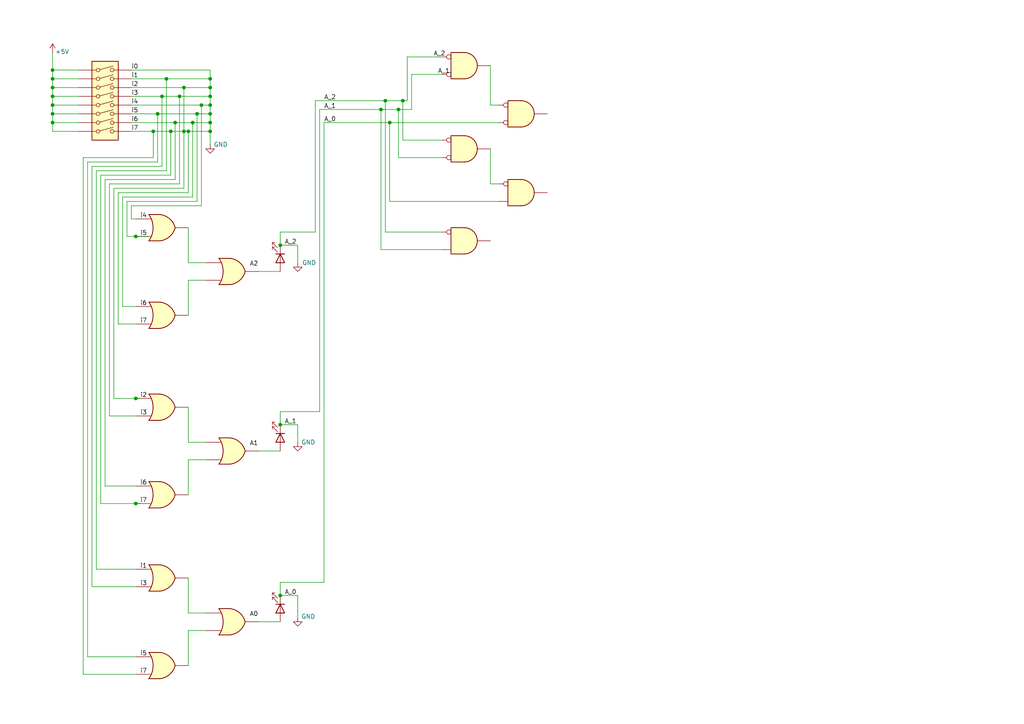
<source format=kicad_sch>
(kicad_sch (version 20250114) (generator "eeschema") (generator_version "9.0")
  (paper "A4")
  (lib_symbols
    (symbol "0_74xx:74HC08" (pin_numbers (hide yes)) (pin_names (offset 1.016) (hide yes))
      (symbol "74HC08_1_1"
        (pin input inverted (at -6.35 2.54 0) (length 2.54) (name "") (number ""))
        (pin input inverted (at -6.35 -2.54 0) (length 2.54) (name "") (number ""))
        (pin output line (at 7.62 0 180) (length 3.81) (name "~") (number "3"))
      )
      (symbol "74HC08_1_2"
        (pin input inverted (at -7.62 2.54 0) (length 4.318) (name "~") (number "1"))
        (pin input inverted (at -7.62 -2.54 0) (length 4.318) (name "~") (number "2"))
        (pin output inverted (at 7.62 0 180) (length 3.81) (name "~") (number "3"))
      )
      (symbol "74HC08_2_1"
        (pin input line (at -7.62 2.54 0) (length 3.81) (name "~") (number "4"))
        (pin input line (at -7.62 -2.54 0) (length 3.81) (name "~") (number "5"))
        (pin output line (at 7.62 0 180) (length 3.81) (name "~") (number "6"))
      )
      (symbol "74HC08_2_2"
        (pin input inverted (at -7.62 2.54 0) (length 4.318) (name "~") (number "4"))
        (pin input inverted (at -7.62 -2.54 0) (length 4.318) (name "~") (number "5"))
        (pin output inverted (at 7.62 0 180) (length 3.81) (name "~") (number "6"))
      )
      (symbol "74HC08_3_1"
        (pin input line (at -7.62 2.54 0) (length 3.81) (name "~") (number "9"))
        (pin input line (at -7.62 -2.54 0) (length 3.81) (name "~") (number "10"))
        (pin output line (at 7.62 0 180) (length 3.81) (name "~") (number "8"))
      )
      (symbol "74HC08_3_2"
        (pin input inverted (at -7.62 2.54 0) (length 4.318) (name "~") (number "9"))
        (pin input inverted (at -7.62 -2.54 0) (length 4.318) (name "~") (number "10"))
        (pin output inverted (at 7.62 0 180) (length 3.81) (name "~") (number "8"))
      )
      (symbol "74HC08_4_1"
        (pin input line (at -7.62 2.54 0) (length 3.81) (name "~") (number "12"))
        (pin input line (at -7.62 -2.54 0) (length 3.81) (name "~") (number "13"))
        (pin output line (at 7.62 0 180) (length 3.81) (name "~") (number "11"))
      )
      (symbol "74HC08_4_2"
        (pin input inverted (at -7.62 2.54 0) (length 4.318) (name "~") (number "12"))
        (pin input inverted (at -7.62 -2.54 0) (length 4.318) (name "~") (number "13"))
        (pin output inverted (at 7.62 0 180) (length 3.81) (name "~") (number "11"))
      )
      (symbol "74HC08_5_0"
        (pin power_in line (at 0 12.7 270) (length 5.08) (name "VCC") (number "14"))
        (pin power_in line (at 0 -12.7 90) (length 5.08) (name "GND") (number "7"))
      )
    )
    (symbol "0_74xx:74HC32" (pin_numbers (hide yes)) (pin_names (offset 1.016) (hide yes))
      (property "Reference" "U" (at -2.54 5.08 0))
      (property "Value" "74HC32" (at 0 -5.08 0))
      (symbol "74HC32_1_1"
        (pin input line (at -7.62 2.54 0) (length 4.318) (name "~") (number "1"))
        (pin input line (at -7.62 -2.54 0) (length 4.318) (name "~") (number "2"))
        (pin output line (at 7.62 0 180) (length 3.81) (name "~") (number "3"))
      )
      (symbol "74HC32_1_2"
        (pin input inverted (at -7.62 2.54 0) (length 3.81) (name "~") (number "1"))
        (pin input inverted (at -7.62 -2.54 0) (length 3.81) (name "~") (number "2"))
        (pin output inverted (at 7.62 0 180) (length 3.81) (name "~") (number "3"))
      )
      (symbol "74HC32_2_1"
        (pin input line (at -7.62 2.54 0) (length 4.318) (name "~") (number "4"))
        (pin input line (at -7.62 -2.54 0) (length 4.318) (name "~") (number "5"))
        (pin output line (at 7.62 0 180) (length 3.81) (name "~") (number "6"))
      )
      (symbol "74HC32_2_2"
        (pin input inverted (at -7.62 2.54 0) (length 3.81) (name "~") (number "4"))
        (pin input inverted (at -7.62 -2.54 0) (length 3.81) (name "~") (number "5"))
        (pin output inverted (at 7.62 0 180) (length 3.81) (name "~") (number "6"))
      )
      (symbol "74HC32_3_1"
        (pin input line (at -7.62 2.54 0) (length 4.318) (name "~") (number "9"))
        (pin input line (at -7.62 -2.54 0) (length 4.318) (name "~") (number "10"))
        (pin output line (at 7.62 0 180) (length 3.81) (name "~") (number "8"))
      )
      (symbol "74HC32_3_2"
        (pin input inverted (at -7.62 2.54 0) (length 3.81) (name "~") (number "9"))
        (pin input inverted (at -7.62 -2.54 0) (length 3.81) (name "~") (number "10"))
        (pin output inverted (at 7.62 0 180) (length 3.81) (name "~") (number "8"))
      )
      (symbol "74HC32_4_1"
        (pin input line (at -7.62 2.54 0) (length 4.318) (name "~") (number "12"))
        (pin input line (at -7.62 -2.54 0) (length 4.318) (name "~") (number "13"))
        (pin output line (at 7.62 0 180) (length 3.81) (name "~") (number "11"))
      )
      (symbol "74HC32_4_2"
        (pin input inverted (at -7.62 2.54 0) (length 3.81) (name "~") (number "12"))
        (pin input inverted (at -7.62 -2.54 0) (length 3.81) (name "~") (number "13"))
        (pin output inverted (at 7.62 0 180) (length 3.81) (name "~") (number "11"))
      )
      (symbol "74HC32_5_0"
        (pin power_in line (at 0 12.7 270) (length 5.08) (name "VCC") (number "14"))
        (pin power_in line (at 0 -12.7 90) (length 5.08) (name "GND") (number "7"))
      )
    )
    (symbol "74HC08_1" (pin_numbers (hide yes)) (pin_names (offset 1.016) (hide yes))
      (symbol "74HC08_1_1_1"
        (pin input inverted (at -6.35 2.54 0) (length 2.54) (name "") (number ""))
        (pin input inverted (at -6.35 -2.54 0) (length 2.54) (name "") (number ""))
        (pin output line (at 7.62 0 180) (length 3.81) (name "~") (number "3"))
      )
      (symbol "74HC08_1_1_2"
        (pin input inverted (at -7.62 2.54 0) (length 4.318) (name "~") (number "1"))
        (pin input inverted (at -7.62 -2.54 0) (length 4.318) (name "~") (number "2"))
        (pin output inverted (at 7.62 0 180) (length 3.81) (name "~") (number "3"))
      )
      (symbol "74HC08_1_2_1"
        (pin input line (at -7.62 2.54 0) (length 3.81) (name "~") (number "4"))
        (pin input line (at -7.62 -2.54 0) (length 3.81) (name "~") (number "5"))
        (pin output line (at 7.62 0 180) (length 3.81) (name "~") (number "6"))
      )
      (symbol "74HC08_1_2_2"
        (pin input inverted (at -7.62 2.54 0) (length 4.318) (name "~") (number "4"))
        (pin input inverted (at -7.62 -2.54 0) (length 4.318) (name "~") (number "5"))
        (pin output inverted (at 7.62 0 180) (length 3.81) (name "~") (number "6"))
      )
      (symbol "74HC08_1_3_1"
        (pin input line (at -7.62 2.54 0) (length 3.81) (name "~") (number "9"))
        (pin input line (at -7.62 -2.54 0) (length 3.81) (name "~") (number "10"))
        (pin output line (at 7.62 0 180) (length 3.81) (name "~") (number "8"))
      )
      (symbol "74HC08_1_3_2"
        (pin input inverted (at -7.62 2.54 0) (length 4.318) (name "~") (number "9"))
        (pin input inverted (at -7.62 -2.54 0) (length 4.318) (name "~") (number "10"))
        (pin output inverted (at 7.62 0 180) (length 3.81) (name "~") (number "8"))
      )
      (symbol "74HC08_1_4_1"
        (pin input line (at -7.62 2.54 0) (length 3.81) (name "~") (number "12"))
        (pin input line (at -7.62 -2.54 0) (length 3.81) (name "~") (number "13"))
        (pin output line (at 7.62 0 180) (length 3.81) (name "~") (number "11"))
      )
      (symbol "74HC08_1_4_2"
        (pin input inverted (at -7.62 2.54 0) (length 4.318) (name "~") (number "12"))
        (pin input inverted (at -7.62 -2.54 0) (length 4.318) (name "~") (number "13"))
        (pin output inverted (at 7.62 0 180) (length 3.81) (name "~") (number "11"))
      )
      (symbol "74HC08_1_5_0"
        (pin power_in line (at 0 12.7 270) (length 5.08) (name "VCC") (number "14"))
        (pin power_in line (at 0 -12.7 90) (length 5.08) (name "GND") (number "7"))
      )
    )
    (symbol "74HC08_2" (pin_numbers (hide yes)) (pin_names (offset 1.016) (hide yes))
      (symbol "74HC08_2_1_1"
        (pin input inverted (at -6.35 2.54 0) (length 2.54) (name "") (number ""))
        (pin input inverted (at -6.35 -2.54 0) (length 2.54) (name "") (number ""))
        (pin output line (at 7.62 0 180) (length 3.81) (name "~") (number "3"))
      )
      (symbol "74HC08_2_1_2"
        (pin input inverted (at -7.62 2.54 0) (length 4.318) (name "~") (number "1"))
        (pin input inverted (at -7.62 -2.54 0) (length 4.318) (name "~") (number "2"))
        (pin output inverted (at 7.62 0 180) (length 3.81) (name "~") (number "3"))
      )
      (symbol "74HC08_2_2_1"
        (pin input line (at -7.62 2.54 0) (length 3.81) (name "~") (number "4"))
        (pin input line (at -7.62 -2.54 0) (length 3.81) (name "~") (number "5"))
        (pin output line (at 7.62 0 180) (length 3.81) (name "~") (number "6"))
      )
      (symbol "74HC08_2_2_2"
        (pin input inverted (at -7.62 2.54 0) (length 4.318) (name "~") (number "4"))
        (pin input inverted (at -7.62 -2.54 0) (length 4.318) (name "~") (number "5"))
        (pin output inverted (at 7.62 0 180) (length 3.81) (name "~") (number "6"))
      )
      (symbol "74HC08_2_3_1"
        (pin input line (at -7.62 2.54 0) (length 3.81) (name "~") (number "9"))
        (pin input line (at -7.62 -2.54 0) (length 3.81) (name "~") (number "10"))
        (pin output line (at 7.62 0 180) (length 3.81) (name "~") (number "8"))
      )
      (symbol "74HC08_2_3_2"
        (pin input inverted (at -7.62 2.54 0) (length 4.318) (name "~") (number "9"))
        (pin input inverted (at -7.62 -2.54 0) (length 4.318) (name "~") (number "10"))
        (pin output inverted (at 7.62 0 180) (length 3.81) (name "~") (number "8"))
      )
      (symbol "74HC08_2_4_1"
        (pin input line (at -7.62 2.54 0) (length 3.81) (name "~") (number "12"))
        (pin input line (at -7.62 -2.54 0) (length 3.81) (name "~") (number "13"))
        (pin output line (at 7.62 0 180) (length 3.81) (name "~") (number "11"))
      )
      (symbol "74HC08_2_4_2"
        (pin input inverted (at -7.62 2.54 0) (length 4.318) (name "~") (number "12"))
        (pin input inverted (at -7.62 -2.54 0) (length 4.318) (name "~") (number "13"))
        (pin output inverted (at 7.62 0 180) (length 3.81) (name "~") (number "11"))
      )
      (symbol "74HC08_2_5_0"
        (pin power_in line (at 0 12.7 270) (length 5.08) (name "VCC") (number "14"))
        (pin power_in line (at 0 -12.7 90) (length 5.08) (name "GND") (number "7"))
      )
    )
    (symbol "74HC08_3" (pin_numbers (hide yes)) (pin_names (offset 1.016) (hide yes))
      (symbol "74HC08_3_1_1"
        (pin input inverted (at -6.35 2.54 0) (length 2.54) (name "") (number ""))
        (pin input line (at -6.35 -2.54 0) (length 2.54) (name "") (number ""))
        (pin output line (at 7.62 0 180) (length 3.81) (name "~") (number "3"))
      )
      (symbol "74HC08_3_1_2"
        (pin input inverted (at -7.62 2.54 0) (length 4.318) (name "~") (number "1"))
        (pin input inverted (at -7.62 -2.54 0) (length 4.318) (name "~") (number "2"))
        (pin output inverted (at 7.62 0 180) (length 3.81) (name "~") (number "3"))
      )
      (symbol "74HC08_3_2_1"
        (pin input line (at -7.62 2.54 0) (length 3.81) (name "~") (number "4"))
        (pin input line (at -7.62 -2.54 0) (length 3.81) (name "~") (number "5"))
        (pin output line (at 7.62 0 180) (length 3.81) (name "~") (number "6"))
      )
      (symbol "74HC08_3_2_2"
        (pin input inverted (at -7.62 2.54 0) (length 4.318) (name "~") (number "4"))
        (pin input inverted (at -7.62 -2.54 0) (length 4.318) (name "~") (number "5"))
        (pin output inverted (at 7.62 0 180) (length 3.81) (name "~") (number "6"))
      )
      (symbol "74HC08_3_3_1"
        (pin input line (at -7.62 2.54 0) (length 3.81) (name "~") (number "9"))
        (pin input line (at -7.62 -2.54 0) (length 3.81) (name "~") (number "10"))
        (pin output line (at 7.62 0 180) (length 3.81) (name "~") (number "8"))
      )
      (symbol "74HC08_3_3_2"
        (pin input inverted (at -7.62 2.54 0) (length 4.318) (name "~") (number "9"))
        (pin input inverted (at -7.62 -2.54 0) (length 4.318) (name "~") (number "10"))
        (pin output inverted (at 7.62 0 180) (length 3.81) (name "~") (number "8"))
      )
      (symbol "74HC08_3_4_1"
        (pin input line (at -7.62 2.54 0) (length 3.81) (name "~") (number "12"))
        (pin input line (at -7.62 -2.54 0) (length 3.81) (name "~") (number "13"))
        (pin output line (at 7.62 0 180) (length 3.81) (name "~") (number "11"))
      )
      (symbol "74HC08_3_4_2"
        (pin input inverted (at -7.62 2.54 0) (length 4.318) (name "~") (number "12"))
        (pin input inverted (at -7.62 -2.54 0) (length 4.318) (name "~") (number "13"))
        (pin output inverted (at 7.62 0 180) (length 3.81) (name "~") (number "11"))
      )
      (symbol "74HC08_3_5_0"
        (pin power_in line (at 0 12.7 270) (length 5.08) (name "VCC") (number "14"))
        (pin power_in line (at 0 -12.7 90) (length 5.08) (name "GND") (number "7"))
      )
    )
    (symbol "74HC08_4" (pin_numbers (hide yes)) (pin_names (offset 1.016) (hide yes))
      (symbol "74HC08_4_1_1"
        (pin input inverted (at -6.35 2.54 0) (length 2.54) (name "") (number ""))
        (pin input line (at -6.35 -2.54 0) (length 2.54) (name "") (number ""))
        (pin output line (at 7.62 0 180) (length 3.81) (name "~") (number "3"))
      )
      (symbol "74HC08_4_1_2"
        (pin input inverted (at -7.62 2.54 0) (length 4.318) (name "~") (number "1"))
        (pin input inverted (at -7.62 -2.54 0) (length 4.318) (name "~") (number "2"))
        (pin output inverted (at 7.62 0 180) (length 3.81) (name "~") (number "3"))
      )
      (symbol "74HC08_4_2_1"
        (pin input line (at -7.62 2.54 0) (length 3.81) (name "~") (number "4"))
        (pin input line (at -7.62 -2.54 0) (length 3.81) (name "~") (number "5"))
        (pin output line (at 7.62 0 180) (length 3.81) (name "~") (number "6"))
      )
      (symbol "74HC08_4_2_2"
        (pin input inverted (at -7.62 2.54 0) (length 4.318) (name "~") (number "4"))
        (pin input inverted (at -7.62 -2.54 0) (length 4.318) (name "~") (number "5"))
        (pin output inverted (at 7.62 0 180) (length 3.81) (name "~") (number "6"))
      )
      (symbol "74HC08_4_3_1"
        (pin input line (at -7.62 2.54 0) (length 3.81) (name "~") (number "9"))
        (pin input line (at -7.62 -2.54 0) (length 3.81) (name "~") (number "10"))
        (pin output line (at 7.62 0 180) (length 3.81) (name "~") (number "8"))
      )
      (symbol "74HC08_4_3_2"
        (pin input inverted (at -7.62 2.54 0) (length 4.318) (name "~") (number "9"))
        (pin input inverted (at -7.62 -2.54 0) (length 4.318) (name "~") (number "10"))
        (pin output inverted (at 7.62 0 180) (length 3.81) (name "~") (number "8"))
      )
      (symbol "74HC08_4_4_1"
        (pin input line (at -7.62 2.54 0) (length 3.81) (name "~") (number "12"))
        (pin input line (at -7.62 -2.54 0) (length 3.81) (name "~") (number "13"))
        (pin output line (at 7.62 0 180) (length 3.81) (name "~") (number "11"))
      )
      (symbol "74HC08_4_4_2"
        (pin input inverted (at -7.62 2.54 0) (length 4.318) (name "~") (number "12"))
        (pin input inverted (at -7.62 -2.54 0) (length 4.318) (name "~") (number "13"))
        (pin output inverted (at 7.62 0 180) (length 3.81) (name "~") (number "11"))
      )
      (symbol "74HC08_4_5_0"
        (pin power_in line (at 0 12.7 270) (length 5.08) (name "VCC") (number "14"))
        (pin power_in line (at 0 -12.7 90) (length 5.08) (name "GND") (number "7"))
      )
    )
    (symbol "74HC32_1" (pin_numbers (hide yes)) (pin_names (offset 1.016) (hide yes))
      (property "Reference" "U" (at -2.54 5.08 0))
      (property "Value" "74HC32" (at 0 -5.08 0))
      (symbol "74HC32_1_1_1"
        (pin input line (at -7.62 2.54 0) (length 4.318) (name "~") (number "1"))
        (pin input line (at -7.62 -2.54 0) (length 4.318) (name "~") (number "2"))
        (pin output line (at 7.62 0 180) (length 3.81) (name "~") (number "3"))
      )
      (symbol "74HC32_1_1_2"
        (pin input inverted (at -7.62 2.54 0) (length 3.81) (name "~") (number "1"))
        (pin input inverted (at -7.62 -2.54 0) (length 3.81) (name "~") (number "2"))
        (pin output inverted (at 7.62 0 180) (length 3.81) (name "~") (number "3"))
      )
      (symbol "74HC32_1_2_1"
        (pin input line (at -7.62 2.54 0) (length 4.318) (name "~") (number "4"))
        (pin input line (at -7.62 -2.54 0) (length 4.318) (name "~") (number "5"))
        (pin output line (at 7.62 0 180) (length 3.81) (name "~") (number "6"))
      )
      (symbol "74HC32_1_2_2"
        (pin input inverted (at -7.62 2.54 0) (length 3.81) (name "~") (number "4"))
        (pin input inverted (at -7.62 -2.54 0) (length 3.81) (name "~") (number "5"))
        (pin output inverted (at 7.62 0 180) (length 3.81) (name "~") (number "6"))
      )
      (symbol "74HC32_1_3_1"
        (pin input line (at -7.62 2.54 0) (length 4.318) (name "~") (number "9"))
        (pin input line (at -7.62 -2.54 0) (length 4.318) (name "~") (number "10"))
        (pin output line (at 7.62 0 180) (length 3.81) (name "~") (number "8"))
      )
      (symbol "74HC32_1_3_2"
        (pin input inverted (at -7.62 2.54 0) (length 3.81) (name "~") (number "9"))
        (pin input inverted (at -7.62 -2.54 0) (length 3.81) (name "~") (number "10"))
        (pin output inverted (at 7.62 0 180) (length 3.81) (name "~") (number "8"))
      )
      (symbol "74HC32_1_4_1"
        (pin input line (at -7.62 2.54 0) (length 4.318) (name "~") (number "12"))
        (pin input line (at -7.62 -2.54 0) (length 4.318) (name "~") (number "13"))
        (pin output line (at 7.62 0 180) (length 3.81) (name "~") (number "11"))
      )
      (symbol "74HC32_1_4_2"
        (pin input inverted (at -7.62 2.54 0) (length 3.81) (name "~") (number "12"))
        (pin input inverted (at -7.62 -2.54 0) (length 3.81) (name "~") (number "13"))
        (pin output inverted (at 7.62 0 180) (length 3.81) (name "~") (number "11"))
      )
      (symbol "74HC32_1_5_0"
        (pin power_in line (at 0 12.7 270) (length 5.08) (name "VCC") (number "14"))
        (pin power_in line (at 0 -12.7 90) (length 5.08) (name "GND") (number "7"))
      )
    )
    (symbol "74HC32_2" (pin_numbers (hide yes)) (pin_names (offset 1.016) (hide yes))
      (property "Reference" "U" (at -2.54 5.08 0))
      (property "Value" "74HC32" (at 0 -5.08 0))
      (symbol "74HC32_2_1_1"
        (pin input line (at -7.62 2.54 0) (length 4.318) (name "~") (number "1"))
        (pin input line (at -7.62 -2.54 0) (length 4.318) (name "~") (number "2"))
        (pin output line (at 7.62 0 180) (length 3.81) (name "~") (number "3"))
      )
      (symbol "74HC32_2_1_2"
        (pin input inverted (at -7.62 2.54 0) (length 3.81) (name "~") (number "1"))
        (pin input inverted (at -7.62 -2.54 0) (length 3.81) (name "~") (number "2"))
        (pin output inverted (at 7.62 0 180) (length 3.81) (name "~") (number "3"))
      )
      (symbol "74HC32_2_2_1"
        (pin input line (at -7.62 2.54 0) (length 4.318) (name "~") (number "4"))
        (pin input line (at -7.62 -2.54 0) (length 4.318) (name "~") (number "5"))
        (pin output line (at 7.62 0 180) (length 3.81) (name "~") (number "6"))
      )
      (symbol "74HC32_2_2_2"
        (pin input inverted (at -7.62 2.54 0) (length 3.81) (name "~") (number "4"))
        (pin input inverted (at -7.62 -2.54 0) (length 3.81) (name "~") (number "5"))
        (pin output inverted (at 7.62 0 180) (length 3.81) (name "~") (number "6"))
      )
      (symbol "74HC32_2_3_1"
        (pin input line (at -7.62 2.54 0) (length 4.318) (name "~") (number "9"))
        (pin input line (at -7.62 -2.54 0) (length 4.318) (name "~") (number "10"))
        (pin output line (at 7.62 0 180) (length 3.81) (name "~") (number "8"))
      )
      (symbol "74HC32_2_3_2"
        (pin input inverted (at -7.62 2.54 0) (length 3.81) (name "~") (number "9"))
        (pin input inverted (at -7.62 -2.54 0) (length 3.81) (name "~") (number "10"))
        (pin output inverted (at 7.62 0 180) (length 3.81) (name "~") (number "8"))
      )
      (symbol "74HC32_2_4_1"
        (pin input line (at -7.62 2.54 0) (length 4.318) (name "~") (number "12"))
        (pin input line (at -7.62 -2.54 0) (length 4.318) (name "~") (number "13"))
        (pin output line (at 7.62 0 180) (length 3.81) (name "~") (number "11"))
      )
      (symbol "74HC32_2_4_2"
        (pin input inverted (at -7.62 2.54 0) (length 3.81) (name "~") (number "12"))
        (pin input inverted (at -7.62 -2.54 0) (length 3.81) (name "~") (number "13"))
        (pin output inverted (at 7.62 0 180) (length 3.81) (name "~") (number "11"))
      )
      (symbol "74HC32_2_5_0"
        (pin power_in line (at 0 12.7 270) (length 5.08) (name "VCC") (number "14"))
        (pin power_in line (at 0 -12.7 90) (length 5.08) (name "GND") (number "7"))
      )
    )
    (symbol "74HC32_3" (pin_numbers (hide yes)) (pin_names (offset 1.016) (hide yes))
      (property "Reference" "U" (at -2.54 5.08 0))
      (property "Value" "74HC32" (at 0 -5.08 0))
      (symbol "74HC32_3_1_1"
        (pin input line (at -7.62 2.54 0) (length 4.318) (name "~") (number "1"))
        (pin input line (at -7.62 -2.54 0) (length 4.318) (name "~") (number "2"))
        (pin output line (at 7.62 0 180) (length 3.81) (name "~") (number "3"))
      )
      (symbol "74HC32_3_1_2"
        (pin input inverted (at -7.62 2.54 0) (length 3.81) (name "~") (number "1"))
        (pin input inverted (at -7.62 -2.54 0) (length 3.81) (name "~") (number "2"))
        (pin output inverted (at 7.62 0 180) (length 3.81) (name "~") (number "3"))
      )
      (symbol "74HC32_3_2_1"
        (pin input line (at -7.62 2.54 0) (length 4.318) (name "~") (number "4"))
        (pin input line (at -7.62 -2.54 0) (length 4.318) (name "~") (number "5"))
        (pin output line (at 7.62 0 180) (length 3.81) (name "~") (number "6"))
      )
      (symbol "74HC32_3_2_2"
        (pin input inverted (at -7.62 2.54 0) (length 3.81) (name "~") (number "4"))
        (pin input inverted (at -7.62 -2.54 0) (length 3.81) (name "~") (number "5"))
        (pin output inverted (at 7.62 0 180) (length 3.81) (name "~") (number "6"))
      )
      (symbol "74HC32_3_3_1"
        (pin input line (at -7.62 2.54 0) (length 4.318) (name "~") (number "9"))
        (pin input line (at -7.62 -2.54 0) (length 4.318) (name "~") (number "10"))
        (pin output line (at 7.62 0 180) (length 3.81) (name "~") (number "8"))
      )
      (symbol "74HC32_3_3_2"
        (pin input inverted (at -7.62 2.54 0) (length 3.81) (name "~") (number "9"))
        (pin input inverted (at -7.62 -2.54 0) (length 3.81) (name "~") (number "10"))
        (pin output inverted (at 7.62 0 180) (length 3.81) (name "~") (number "8"))
      )
      (symbol "74HC32_3_4_1"
        (pin input line (at -7.62 2.54 0) (length 4.318) (name "~") (number "12"))
        (pin input line (at -7.62 -2.54 0) (length 4.318) (name "~") (number "13"))
        (pin output line (at 7.62 0 180) (length 3.81) (name "~") (number "11"))
      )
      (symbol "74HC32_3_4_2"
        (pin input inverted (at -7.62 2.54 0) (length 3.81) (name "~") (number "12"))
        (pin input inverted (at -7.62 -2.54 0) (length 3.81) (name "~") (number "13"))
        (pin output inverted (at 7.62 0 180) (length 3.81) (name "~") (number "11"))
      )
      (symbol "74HC32_3_5_0"
        (pin power_in line (at 0 12.7 270) (length 5.08) (name "VCC") (number "14"))
        (pin power_in line (at 0 -12.7 90) (length 5.08) (name "GND") (number "7"))
      )
    )
    (symbol "74HC32_4" (pin_numbers (hide yes)) (pin_names (offset 1.016) (hide yes))
      (property "Reference" "U" (at -2.54 5.08 0))
      (property "Value" "74HC32" (at 0 -5.08 0))
      (symbol "74HC32_4_1_1"
        (pin input line (at -7.62 2.54 0) (length 4.318) (name "~") (number "1"))
        (pin input line (at -7.62 -2.54 0) (length 4.318) (name "~") (number "2"))
        (pin output line (at 7.62 0 180) (length 3.81) (name "~") (number "3"))
      )
      (symbol "74HC32_4_1_2"
        (pin input inverted (at -7.62 2.54 0) (length 3.81) (name "~") (number "1"))
        (pin input inverted (at -7.62 -2.54 0) (length 3.81) (name "~") (number "2"))
        (pin output inverted (at 7.62 0 180) (length 3.81) (name "~") (number "3"))
      )
      (symbol "74HC32_4_2_1"
        (pin input line (at -7.62 2.54 0) (length 4.318) (name "~") (number "4"))
        (pin input line (at -7.62 -2.54 0) (length 4.318) (name "~") (number "5"))
        (pin output line (at 7.62 0 180) (length 3.81) (name "~") (number "6"))
      )
      (symbol "74HC32_4_2_2"
        (pin input inverted (at -7.62 2.54 0) (length 3.81) (name "~") (number "4"))
        (pin input inverted (at -7.62 -2.54 0) (length 3.81) (name "~") (number "5"))
        (pin output inverted (at 7.62 0 180) (length 3.81) (name "~") (number "6"))
      )
      (symbol "74HC32_4_3_1"
        (pin input line (at -7.62 2.54 0) (length 4.318) (name "~") (number "9"))
        (pin input line (at -7.62 -2.54 0) (length 4.318) (name "~") (number "10"))
        (pin output line (at 7.62 0 180) (length 3.81) (name "~") (number "8"))
      )
      (symbol "74HC32_4_3_2"
        (pin input inverted (at -7.62 2.54 0) (length 3.81) (name "~") (number "9"))
        (pin input inverted (at -7.62 -2.54 0) (length 3.81) (name "~") (number "10"))
        (pin output inverted (at 7.62 0 180) (length 3.81) (name "~") (number "8"))
      )
      (symbol "74HC32_4_4_1"
        (pin input line (at -7.62 2.54 0) (length 4.318) (name "~") (number "12"))
        (pin input line (at -7.62 -2.54 0) (length 4.318) (name "~") (number "13"))
        (pin output line (at 7.62 0 180) (length 3.81) (name "~") (number "11"))
      )
      (symbol "74HC32_4_4_2"
        (pin input inverted (at -7.62 2.54 0) (length 3.81) (name "~") (number "12"))
        (pin input inverted (at -7.62 -2.54 0) (length 3.81) (name "~") (number "13"))
        (pin output inverted (at 7.62 0 180) (length 3.81) (name "~") (number "11"))
      )
      (symbol "74HC32_4_5_0"
        (pin power_in line (at 0 12.7 270) (length 5.08) (name "VCC") (number "14"))
        (pin power_in line (at 0 -12.7 90) (length 5.08) (name "GND") (number "7"))
      )
    )
    (symbol "74HC32_5" (pin_numbers (hide yes)) (pin_names (offset 1.016) (hide yes))
      (property "Reference" "U" (at -2.54 5.08 0))
      (property "Value" "74HC32" (at 0 -5.08 0))
      (symbol "74HC32_5_1_1"
        (pin input line (at -7.62 2.54 0) (length 4.318) (name "~") (number "1"))
        (pin input line (at -7.62 -2.54 0) (length 4.318) (name "~") (number "2"))
        (pin output line (at 7.62 0 180) (length 3.81) (name "~") (number "3"))
      )
      (symbol "74HC32_5_1_2"
        (pin input inverted (at -7.62 2.54 0) (length 3.81) (name "~") (number "1"))
        (pin input inverted (at -7.62 -2.54 0) (length 3.81) (name "~") (number "2"))
        (pin output inverted (at 7.62 0 180) (length 3.81) (name "~") (number "3"))
      )
      (symbol "74HC32_5_2_1"
        (pin input line (at -7.62 2.54 0) (length 4.318) (name "~") (number "4"))
        (pin input line (at -7.62 -2.54 0) (length 4.318) (name "~") (number "5"))
        (pin output line (at 7.62 0 180) (length 3.81) (name "~") (number "6"))
      )
      (symbol "74HC32_5_2_2"
        (pin input inverted (at -7.62 2.54 0) (length 3.81) (name "~") (number "4"))
        (pin input inverted (at -7.62 -2.54 0) (length 3.81) (name "~") (number "5"))
        (pin output inverted (at 7.62 0 180) (length 3.81) (name "~") (number "6"))
      )
      (symbol "74HC32_5_3_1"
        (pin input line (at -7.62 2.54 0) (length 4.318) (name "~") (number "9"))
        (pin input line (at -7.62 -2.54 0) (length 4.318) (name "~") (number "10"))
        (pin output line (at 7.62 0 180) (length 3.81) (name "~") (number "8"))
      )
      (symbol "74HC32_5_3_2"
        (pin input inverted (at -7.62 2.54 0) (length 3.81) (name "~") (number "9"))
        (pin input inverted (at -7.62 -2.54 0) (length 3.81) (name "~") (number "10"))
        (pin output inverted (at 7.62 0 180) (length 3.81) (name "~") (number "8"))
      )
      (symbol "74HC32_5_4_1"
        (pin input line (at -7.62 2.54 0) (length 4.318) (name "~") (number "12"))
        (pin input line (at -7.62 -2.54 0) (length 4.318) (name "~") (number "13"))
        (pin output line (at 7.62 0 180) (length 3.81) (name "~") (number "11"))
      )
      (symbol "74HC32_5_4_2"
        (pin input inverted (at -7.62 2.54 0) (length 3.81) (name "~") (number "12"))
        (pin input inverted (at -7.62 -2.54 0) (length 3.81) (name "~") (number "13"))
        (pin output inverted (at 7.62 0 180) (length 3.81) (name "~") (number "11"))
      )
      (symbol "74HC32_5_5_0"
        (pin power_in line (at 0 12.7 270) (length 5.08) (name "VCC") (number "14"))
        (pin power_in line (at 0 -12.7 90) (length 5.08) (name "GND") (number "7"))
      )
    )
    (symbol "74HC32_6" (pin_numbers (hide yes)) (pin_names (offset 1.016) (hide yes))
      (property "Reference" "U" (at -2.54 5.08 0))
      (property "Value" "74HC32" (at 0 -5.08 0))
      (symbol "74HC32_6_1_1"
        (pin input line (at -7.62 2.54 0) (length 4.318) (name "~") (number "1"))
        (pin input line (at -7.62 -2.54 0) (length 4.318) (name "~") (number "2"))
        (pin output line (at 7.62 0 180) (length 3.81) (name "~") (number "3"))
      )
      (symbol "74HC32_6_1_2"
        (pin input inverted (at -7.62 2.54 0) (length 3.81) (name "~") (number "1"))
        (pin input inverted (at -7.62 -2.54 0) (length 3.81) (name "~") (number "2"))
        (pin output inverted (at 7.62 0 180) (length 3.81) (name "~") (number "3"))
      )
      (symbol "74HC32_6_2_1"
        (pin input line (at -7.62 2.54 0) (length 4.318) (name "~") (number "4"))
        (pin input line (at -7.62 -2.54 0) (length 4.318) (name "~") (number "5"))
        (pin output line (at 7.62 0 180) (length 3.81) (name "~") (number "6"))
      )
      (symbol "74HC32_6_2_2"
        (pin input inverted (at -7.62 2.54 0) (length 3.81) (name "~") (number "4"))
        (pin input inverted (at -7.62 -2.54 0) (length 3.81) (name "~") (number "5"))
        (pin output inverted (at 7.62 0 180) (length 3.81) (name "~") (number "6"))
      )
      (symbol "74HC32_6_3_1"
        (pin input line (at -7.62 2.54 0) (length 4.318) (name "~") (number "9"))
        (pin input line (at -7.62 -2.54 0) (length 4.318) (name "~") (number "10"))
        (pin output line (at 7.62 0 180) (length 3.81) (name "~") (number "8"))
      )
      (symbol "74HC32_6_3_2"
        (pin input inverted (at -7.62 2.54 0) (length 3.81) (name "~") (number "9"))
        (pin input inverted (at -7.62 -2.54 0) (length 3.81) (name "~") (number "10"))
        (pin output inverted (at 7.62 0 180) (length 3.81) (name "~") (number "8"))
      )
      (symbol "74HC32_6_4_1"
        (pin input line (at -7.62 2.54 0) (length 4.318) (name "~") (number "12"))
        (pin input line (at -7.62 -2.54 0) (length 4.318) (name "~") (number "13"))
        (pin output line (at 7.62 0 180) (length 3.81) (name "~") (number "11"))
      )
      (symbol "74HC32_6_4_2"
        (pin input inverted (at -7.62 2.54 0) (length 3.81) (name "~") (number "12"))
        (pin input inverted (at -7.62 -2.54 0) (length 3.81) (name "~") (number "13"))
        (pin output inverted (at 7.62 0 180) (length 3.81) (name "~") (number "11"))
      )
      (symbol "74HC32_6_5_0"
        (pin power_in line (at 0 12.7 270) (length 5.08) (name "VCC") (number "14"))
        (pin power_in line (at 0 -12.7 90) (length 5.08) (name "GND") (number "7"))
      )
    )
    (symbol "74HC32_7" (pin_numbers (hide yes)) (pin_names (offset 1.016) (hide yes))
      (property "Reference" "U" (at -2.54 5.08 0))
      (property "Value" "74HC32" (at 0 -5.08 0))
      (symbol "74HC32_7_1_1"
        (pin input line (at -7.62 2.54 0) (length 4.318) (name "~") (number "1"))
        (pin input line (at -7.62 -2.54 0) (length 4.318) (name "~") (number "2"))
        (pin output line (at 7.62 0 180) (length 3.81) (name "~") (number "3"))
      )
      (symbol "74HC32_7_1_2"
        (pin input inverted (at -7.62 2.54 0) (length 3.81) (name "~") (number "1"))
        (pin input inverted (at -7.62 -2.54 0) (length 3.81) (name "~") (number "2"))
        (pin output inverted (at 7.62 0 180) (length 3.81) (name "~") (number "3"))
      )
      (symbol "74HC32_7_2_1"
        (pin input line (at -7.62 2.54 0) (length 4.318) (name "~") (number "4"))
        (pin input line (at -7.62 -2.54 0) (length 4.318) (name "~") (number "5"))
        (pin output line (at 7.62 0 180) (length 3.81) (name "~") (number "6"))
      )
      (symbol "74HC32_7_2_2"
        (pin input inverted (at -7.62 2.54 0) (length 3.81) (name "~") (number "4"))
        (pin input inverted (at -7.62 -2.54 0) (length 3.81) (name "~") (number "5"))
        (pin output inverted (at 7.62 0 180) (length 3.81) (name "~") (number "6"))
      )
      (symbol "74HC32_7_3_1"
        (pin input line (at -7.62 2.54 0) (length 4.318) (name "~") (number "9"))
        (pin input line (at -7.62 -2.54 0) (length 4.318) (name "~") (number "10"))
        (pin output line (at 7.62 0 180) (length 3.81) (name "~") (number "8"))
      )
      (symbol "74HC32_7_3_2"
        (pin input inverted (at -7.62 2.54 0) (length 3.81) (name "~") (number "9"))
        (pin input inverted (at -7.62 -2.54 0) (length 3.81) (name "~") (number "10"))
        (pin output inverted (at 7.62 0 180) (length 3.81) (name "~") (number "8"))
      )
      (symbol "74HC32_7_4_1"
        (pin input line (at -7.62 2.54 0) (length 4.318) (name "~") (number "12"))
        (pin input line (at -7.62 -2.54 0) (length 4.318) (name "~") (number "13"))
        (pin output line (at 7.62 0 180) (length 3.81) (name "~") (number "11"))
      )
      (symbol "74HC32_7_4_2"
        (pin input inverted (at -7.62 2.54 0) (length 3.81) (name "~") (number "12"))
        (pin input inverted (at -7.62 -2.54 0) (length 3.81) (name "~") (number "13"))
        (pin output inverted (at 7.62 0 180) (length 3.81) (name "~") (number "11"))
      )
      (symbol "74HC32_7_5_0"
        (pin power_in line (at 0 12.7 270) (length 5.08) (name "VCC") (number "14"))
        (pin power_in line (at 0 -12.7 90) (length 5.08) (name "GND") (number "7"))
      )
    )
    (symbol "74HC32_8" (pin_numbers (hide yes)) (pin_names (offset 1.016) (hide yes))
      (property "Reference" "U" (at -2.54 5.08 0))
      (property "Value" "74HC32" (at 0 -5.08 0))
      (symbol "74HC32_8_1_1"
        (pin input line (at -7.62 2.54 0) (length 4.318) (name "~") (number "1"))
        (pin input line (at -7.62 -2.54 0) (length 4.318) (name "~") (number "2"))
        (pin output line (at 7.62 0 180) (length 3.81) (name "~") (number "3"))
      )
      (symbol "74HC32_8_1_2"
        (pin input inverted (at -7.62 2.54 0) (length 3.81) (name "~") (number "1"))
        (pin input inverted (at -7.62 -2.54 0) (length 3.81) (name "~") (number "2"))
        (pin output inverted (at 7.62 0 180) (length 3.81) (name "~") (number "3"))
      )
      (symbol "74HC32_8_2_1"
        (pin input line (at -7.62 2.54 0) (length 4.318) (name "~") (number "4"))
        (pin input line (at -7.62 -2.54 0) (length 4.318) (name "~") (number "5"))
        (pin output line (at 7.62 0 180) (length 3.81) (name "~") (number "6"))
      )
      (symbol "74HC32_8_2_2"
        (pin input inverted (at -7.62 2.54 0) (length 3.81) (name "~") (number "4"))
        (pin input inverted (at -7.62 -2.54 0) (length 3.81) (name "~") (number "5"))
        (pin output inverted (at 7.62 0 180) (length 3.81) (name "~") (number "6"))
      )
      (symbol "74HC32_8_3_1"
        (pin input line (at -7.62 2.54 0) (length 4.318) (name "~") (number "9"))
        (pin input line (at -7.62 -2.54 0) (length 4.318) (name "~") (number "10"))
        (pin output line (at 7.62 0 180) (length 3.81) (name "~") (number "8"))
      )
      (symbol "74HC32_8_3_2"
        (pin input inverted (at -7.62 2.54 0) (length 3.81) (name "~") (number "9"))
        (pin input inverted (at -7.62 -2.54 0) (length 3.81) (name "~") (number "10"))
        (pin output inverted (at 7.62 0 180) (length 3.81) (name "~") (number "8"))
      )
      (symbol "74HC32_8_4_1"
        (pin input line (at -7.62 2.54 0) (length 4.318) (name "~") (number "12"))
        (pin input line (at -7.62 -2.54 0) (length 4.318) (name "~") (number "13"))
        (pin output line (at 7.62 0 180) (length 3.81) (name "~") (number "11"))
      )
      (symbol "74HC32_8_4_2"
        (pin input inverted (at -7.62 2.54 0) (length 3.81) (name "~") (number "12"))
        (pin input inverted (at -7.62 -2.54 0) (length 3.81) (name "~") (number "13"))
        (pin output inverted (at 7.62 0 180) (length 3.81) (name "~") (number "11"))
      )
      (symbol "74HC32_8_5_0"
        (pin power_in line (at 0 12.7 270) (length 5.08) (name "VCC") (number "14"))
        (pin power_in line (at 0 -12.7 90) (length 5.08) (name "GND") (number "7"))
      )
    )
    (symbol "Device:LED" (pin_numbers (hide yes)) (pin_names (offset 1.016) (hide yes))
      (property "Reference" "D" (at 0 2.54 0))
      (property "Value" "LED" (at 0 -2.54 0))
      (symbol "LED_1_1"
        (pin passive line (at -3.81 0 0) (length 2.54) (name "K") (number "1"))
        (pin passive line (at 3.81 0 180) (length 2.54) (name "A") (number "2"))
      )
    )
    (symbol "Switch:SW_DIP_x08" (pin_numbers (hide yes)) (pin_names (offset 0) (hide yes))
      (property "Reference" "SW" (at 0 13.97 0))
      (property "Value" "SW_DIP_x08" (at 0 -11.43 0))
      (symbol "SW_DIP_x08_1_1"
        (pin passive line (at -7.62 10.16 0) (length 5.08) (name "~") (number "1"))
        (pin passive line (at -7.62 7.62 0) (length 5.08) (name "~") (number "2"))
        (pin passive line (at -7.62 5.08 0) (length 5.08) (name "~") (number "3"))
        (pin passive line (at -7.62 2.54 0) (length 5.08) (name "~") (number "4"))
        (pin passive line (at -7.62 0 0) (length 5.08) (name "~") (number "5"))
        (pin passive line (at -7.62 -2.54 0) (length 5.08) (name "~") (number "6"))
        (pin passive line (at -7.62 -5.08 0) (length 5.08) (name "~") (number "7"))
        (pin passive line (at -7.62 -7.62 0) (length 5.08) (name "~") (number "8"))
        (pin passive line (at 7.62 10.16 180) (length 5.08) (name "~") (number "16"))
        (pin passive line (at 7.62 7.62 180) (length 5.08) (name "~") (number "15"))
        (pin passive line (at 7.62 5.08 180) (length 5.08) (name "~") (number "14"))
        (pin passive line (at 7.62 2.54 180) (length 5.08) (name "~") (number "13"))
        (pin passive line (at 7.62 0 180) (length 5.08) (name "~") (number "12"))
        (pin passive line (at 7.62 -2.54 180) (length 5.08) (name "~") (number "11"))
        (pin passive line (at 7.62 -5.08 180) (length 5.08) (name "~") (number "10"))
        (pin passive line (at 7.62 -7.62 180) (length 5.08) (name "~") (number "9"))
      )
    )
    (symbol "power:+5V" (power) (pin_numbers (hide yes)) (pin_names (offset 0) (hide yes))
      (property "Value" "+5V" (at 0 3.556 0))
      (symbol "+5V_1_1"
        (pin power_in line (at 0 0 90) (length 0) (name "~") (number "1"))
      )
    )
    (symbol "power:GND" (power) (pin_numbers (hide yes)) (pin_names (offset 0) (hide yes))
      (property "Value" "GND" (at 0 -3.81 0))
      (symbol "GND_1_1"
        (pin power_in line (at 0 0 270) (length 0) (name "~") (number "1"))
      )
    )
  )
  (junction (at 15.24 33.02))
  (junction (at 15.24 25.4))
  (junction (at 81.28 71.12))
  (junction (at 39.37 115.57))
  (junction (at 50.8 35.56))
  (junction (at 15.24 22.86))
  (junction (at 15.24 35.56))
  (junction (at 60.96 22.86))
  (junction (at 58.42 30.48))
  (junction (at 81.28 172.72))
  (junction (at 45.72 33.02))
  (junction (at 46.99 27.94))
  (junction (at 52.07 27.94))
  (junction (at 39.37 68.58))
  (junction (at 15.24 30.48))
  (junction (at 81.28 123.19))
  (junction (at 60.96 25.4))
  (junction (at 111.76 29.21))
  (junction (at 60.96 38.1))
  (junction (at 53.34 25.4))
  (junction (at 60.96 30.48))
  (junction (at 44.45 38.1))
  (junction (at 15.24 20.32))
  (junction (at 60.96 35.56))
  (junction (at 49.53 38.1))
  (junction (at 60.96 27.94))
  (junction (at 60.96 33.02))
  (junction (at 53.34 38.1))
  (junction (at 115.57 31.75))
  (junction (at 110.49 31.75))
  (junction (at 116.84 29.21))
  (junction (at 15.24 27.94))
  (junction (at 55.88 35.56))
  (junction (at 48.26 22.86))
  (junction (at 113.03 35.56))
  (junction (at 39.37 146.05))
  (junction (at 54.61 38.1))
  (junction (at 57.15 33.02))
  (wire (pts (xy 116.84 29.21) (xy 118.11 29.21)))
  (wire (pts (xy 34.29 93.98) (xy 39.37 93.98)))
  (wire (pts (xy 60.96 22.86) (xy 60.96 25.4)))
  (wire (pts (xy 57.15 33.02) (xy 57.15 58.42)))
  (wire (pts (xy 15.24 30.48) (xy 15.24 33.02)))
  (wire (pts (xy 24.13 195.58) (xy 39.37 195.58)))
  (wire (pts (xy 60.96 27.94) (xy 60.96 30.48)))
  (wire (pts (xy 111.76 67.31) (xy 128.27 67.31)))
  (wire (pts (xy 38.1 22.86) (xy 48.26 22.86)))
  (wire (pts (xy 92.71 31.75) (xy 110.49 31.75)))
  (wire (pts (xy 36.83 68.58) (xy 39.37 68.58)))
  (wire (pts (xy 45.72 33.02) (xy 57.15 33.02)))
  (wire (pts (xy 15.24 35.56) (xy 15.24 38.1)))
  (wire (pts (xy 115.57 31.75) (xy 115.57 45.72)))
  (wire (pts (xy 48.26 22.86) (xy 60.96 22.86)))
  (wire (pts (xy 33.02 115.57) (xy 39.37 115.57)))
  (wire (pts (xy 45.72 46.99) (xy 25.4 46.99)))
  (wire (pts (xy 38.1 33.02) (xy 45.72 33.02)))
  (wire (pts (xy 57.15 58.42) (xy 36.83 58.42)))
  (wire (pts (xy 116.84 29.21) (xy 116.84 40.64)))
  (wire (pts (xy 38.1 35.56) (xy 50.8 35.56)))
  (wire (pts (xy 57.15 33.02) (xy 60.96 33.02)))
  (wire (pts (xy 34.29 55.88) (xy 34.29 93.98)))
  (wire (pts (xy 25.4 46.99) (xy 25.4 190.5)))
  (wire (pts (xy 142.24 43.18) (xy 142.24 53.34)))
  (wire (pts (xy 142.24 53.34) (xy 144.78 53.34)))
  (wire (pts (xy 29.21 50.8) (xy 29.21 146.05)))
  (wire (pts (xy 26.67 170.18) (xy 39.37 170.18)))
  (wire (pts (xy 15.24 35.56) (xy 22.86 35.56)))
  (wire (pts (xy 35.56 88.9) (xy 39.37 88.9)))
  (wire (pts (xy 110.49 31.75) (xy 115.57 31.75)))
  (wire (pts (xy 54.61 118.11) (xy 54.61 128.27)))
  (wire (pts (xy 60.96 35.56) (xy 60.96 38.1)))
  (wire (pts (xy 60.96 25.4) (xy 60.96 27.94)))
  (wire (pts (xy 81.28 123.19) (xy 86.36 123.19)))
  (wire (pts (xy 15.24 38.1) (xy 22.86 38.1)))
  (wire (pts (xy 38.1 30.48) (xy 58.42 30.48)))
  (wire (pts (xy 46.99 48.26) (xy 26.67 48.26)))
  (wire (pts (xy 44.45 45.72) (xy 24.13 45.72)))
  (wire (pts (xy 60.96 38.1) (xy 60.96 41.91)))
  (wire (pts (xy 39.37 115.57) (xy 40.64 115.57)))
  (wire (pts (xy 81.28 119.38) (xy 81.28 123.19)))
  (wire (pts (xy 54.61 177.8) (xy 59.69 177.8)))
  (wire (pts (xy 116.84 40.64) (xy 128.27 40.64)))
  (wire (pts (xy 36.83 58.42) (xy 36.83 68.58)))
  (wire (pts (xy 26.67 48.26) (xy 26.67 170.18)))
  (wire (pts (xy 38.1 25.4) (xy 53.34 25.4)))
  (wire (pts (xy 86.36 71.12) (xy 86.36 76.2)))
  (wire (pts (xy 113.03 58.42) (xy 144.78 58.42)))
  (wire (pts (xy 31.75 53.34) (xy 31.75 120.65)))
  (wire (pts (xy 52.07 27.94) (xy 60.96 27.94)))
  (wire (pts (xy 49.53 50.8) (xy 29.21 50.8)))
  (wire (pts (xy 38.1 27.94) (xy 46.99 27.94)))
  (wire (pts (xy 54.61 81.28) (xy 59.69 81.28)))
  (wire (pts (xy 15.24 25.4) (xy 22.86 25.4)))
  (wire (pts (xy 25.4 190.5) (xy 39.37 190.5)))
  (wire (pts (xy 15.24 22.86) (xy 22.86 22.86)))
  (wire (pts (xy 15.24 20.32) (xy 22.86 20.32)))
  (wire (pts (xy 142.24 19.05) (xy 142.24 30.48)))
  (wire (pts (xy 110.49 72.39) (xy 128.27 72.39)))
  (wire (pts (xy 31.75 120.65) (xy 39.37 120.65)))
  (wire (pts (xy 50.8 52.07) (xy 30.48 52.07)))
  (wire (pts (xy 15.24 27.94) (xy 22.86 27.94)))
  (wire (pts (xy 15.24 15.24) (xy 15.24 20.32)))
  (wire (pts (xy 33.02 54.61) (xy 33.02 115.57)))
  (wire (pts (xy 29.21 146.05) (xy 39.37 146.05)))
  (wire (pts (xy 30.48 140.97) (xy 39.37 140.97)))
  (wire (pts (xy 39.37 146.05) (xy 40.64 146.05)))
  (wire (pts (xy 58.42 30.48) (xy 58.42 59.69)))
  (wire (pts (xy 54.61 128.27) (xy 59.69 128.27)))
  (wire (pts (xy 91.44 29.21) (xy 111.76 29.21)))
  (wire (pts (xy 38.1 63.5) (xy 39.37 63.5)))
  (wire (pts (xy 110.49 31.75) (xy 110.49 72.39)))
  (wire (pts (xy 15.24 25.4) (xy 15.24 27.94)))
  (wire (pts (xy 46.99 27.94) (xy 52.07 27.94)))
  (wire (pts (xy 52.07 27.94) (xy 52.07 53.34)))
  (wire (pts (xy 55.88 35.56) (xy 60.96 35.56)))
  (wire (pts (xy 15.24 27.94) (xy 15.24 30.48)))
  (wire (pts (xy 15.24 33.02) (xy 22.86 33.02)))
  (wire (pts (xy 54.61 133.35) (xy 59.69 133.35)))
  (wire (pts (xy 54.61 55.88) (xy 34.29 55.88)))
  (wire (pts (xy 81.28 71.12) (xy 86.36 71.12)))
  (wire (pts (xy 113.03 35.56) (xy 113.03 58.42)))
  (wire (pts (xy 35.56 57.15) (xy 35.56 88.9)))
  (wire (pts (xy 81.28 168.91) (xy 81.28 172.72)))
  (wire (pts (xy 53.34 25.4) (xy 53.34 38.1)))
  (wire (pts (xy 74.93 130.81) (xy 81.28 130.81)))
  (wire (pts (xy 92.71 31.75) (xy 92.71 119.38)))
  (wire (pts (xy 93.98 35.56) (xy 113.03 35.56)))
  (wire (pts (xy 54.61 38.1) (xy 53.34 38.1)))
  (wire (pts (xy 27.94 49.53) (xy 27.94 165.1)))
  (wire (pts (xy 53.34 38.1) (xy 53.34 54.61)))
  (wire (pts (xy 81.28 168.91) (xy 93.98 168.91)))
  (wire (pts (xy 24.13 45.72) (xy 24.13 195.58)))
  (wire (pts (xy 54.61 167.64) (xy 54.61 177.8)))
  (wire (pts (xy 15.24 30.48) (xy 22.86 30.48)))
  (wire (pts (xy 58.42 30.48) (xy 60.96 30.48)))
  (wire (pts (xy 74.93 180.34) (xy 81.28 180.34)))
  (wire (pts (xy 55.88 35.56) (xy 55.88 57.15)))
  (wire (pts (xy 38.1 20.32) (xy 60.96 20.32)))
  (wire (pts (xy 54.61 38.1) (xy 60.96 38.1)))
  (wire (pts (xy 118.11 29.21) (xy 118.11 16.51)))
  (wire (pts (xy 74.93 78.74) (xy 81.28 78.74)))
  (wire (pts (xy 55.88 57.15) (xy 35.56 57.15)))
  (wire (pts (xy 53.34 54.61) (xy 33.02 54.61)))
  (wire (pts (xy 46.99 27.94) (xy 46.99 48.26)))
  (wire (pts (xy 44.45 38.1) (xy 44.45 45.72)))
  (wire (pts (xy 38.1 59.69) (xy 38.1 63.5)))
  (wire (pts (xy 115.57 31.75) (xy 119.38 31.75)))
  (wire (pts (xy 48.26 22.86) (xy 48.26 49.53)))
  (wire (pts (xy 54.61 91.44) (xy 54.61 81.28)))
  (wire (pts (xy 54.61 193.04) (xy 54.61 182.88)))
  (wire (pts (xy 15.24 22.86) (xy 15.24 25.4)))
  (wire (pts (xy 81.28 67.31) (xy 81.28 71.12)))
  (wire (pts (xy 58.42 59.69) (xy 38.1 59.69)))
  (wire (pts (xy 27.94 165.1) (xy 39.37 165.1)))
  (wire (pts (xy 50.8 35.56) (xy 55.88 35.56)))
  (wire (pts (xy 93.98 35.56) (xy 93.98 168.91)))
  (wire (pts (xy 81.28 172.72) (xy 86.36 172.72)))
  (wire (pts (xy 86.36 123.19) (xy 86.36 128.27)))
  (wire (pts (xy 49.53 38.1) (xy 53.34 38.1)))
  (wire (pts (xy 111.76 29.21) (xy 111.76 67.31)))
  (wire (pts (xy 119.38 31.75) (xy 119.38 21.59)))
  (wire (pts (xy 60.96 33.02) (xy 60.96 35.56)))
  (wire (pts (xy 91.44 29.21) (xy 91.44 67.31)))
  (wire (pts (xy 54.61 38.1) (xy 54.61 55.88)))
  (wire (pts (xy 115.57 45.72) (xy 128.27 45.72)))
  (wire (pts (xy 53.34 25.4) (xy 60.96 25.4)))
  (wire (pts (xy 60.96 20.32) (xy 60.96 22.86)))
  (wire (pts (xy 113.03 35.56) (xy 144.78 35.56)))
  (wire (pts (xy 54.61 182.88) (xy 59.69 182.88)))
  (wire (pts (xy 111.76 29.21) (xy 116.84 29.21)))
  (wire (pts (xy 44.45 38.1) (xy 49.53 38.1)))
  (wire (pts (xy 50.8 35.56) (xy 50.8 52.07)))
  (wire (pts (xy 38.1 38.1) (xy 44.45 38.1)))
  (wire (pts (xy 81.28 67.31) (xy 91.44 67.31)))
  (wire (pts (xy 54.61 76.2) (xy 59.69 76.2)))
  (wire (pts (xy 30.48 52.07) (xy 30.48 140.97)))
  (wire (pts (xy 52.07 53.34) (xy 31.75 53.34)))
  (wire (pts (xy 15.24 20.32) (xy 15.24 22.86)))
  (wire (pts (xy 86.36 172.72) (xy 86.36 179.07)))
  (wire (pts (xy 49.53 38.1) (xy 49.53 50.8)))
  (wire (pts (xy 118.11 16.51) (xy 128.27 16.51)))
  (wire (pts (xy 81.28 119.38) (xy 92.71 119.38)))
  (wire (pts (xy 45.72 33.02) (xy 45.72 46.99)))
  (wire (pts (xy 60.96 30.48) (xy 60.96 33.02)))
  (wire (pts (xy 119.38 21.59) (xy 128.27 21.59)))
  (wire (pts (xy 54.61 66.04) (xy 54.61 76.2)))
  (wire (pts (xy 48.26 49.53) (xy 27.94 49.53)))
  (wire (pts (xy 15.24 33.02) (xy 15.24 35.56)))
  (wire (pts (xy 54.61 143.51) (xy 54.61 133.35)))
  (wire (pts (xy 39.37 68.58) (xy 43.18 68.58)))
  (wire (pts (xy 142.24 30.48) (xy 144.78 30.48)))
  (label "i7" (at 40.64 146.05 0))
  (label "i6" (at 40.64 140.97 0))
  (label "i6" (at 40.64 88.9 0))
  (label "A0" (at 72.39 179.07 0))
  (label "i7" (at 38.1 38.1 0))
  (label "i3" (at 40.64 170.18 0))
  (label "i7" (at 40.64 93.98 0))
  (label "i2" (at 40.64 115.57 0))
  (label "i4" (at 38.1 30.48 0))
  (label "i6" (at 38.1 35.56 0))
  (label "A_1" (at 127 21.59 0))
  (label "A_1" (at 82.55 123.19 0))
  (label "A_2" (at 82.55 71.12 0))
  (label "A_2" (at 93.98 29.21 0))
  (label "i5" (at 40.64 190.5 0))
  (label "A_0" (at 82.55 172.72 0))
  (label "A_1" (at 93.98 31.75 0))
  (label "" (at 0 -64.77 0))
  (label "A_2" (at 125.73 16.51 0))
  (label "A_0" (at 93.98 35.56 0))
  (label "A1" (at 72.39 129.54 0))
  (label "A2" (at 72.39 77.47 0))
  (label "i5" (at 38.1 33.02 0))
  (label "i5" (at 40.64 68.58 0))
  (label "i1" (at 38.1 22.86 0))
  (label "i0" (at 38.1 20.32 0))
  (label "" (at 27.94 19.05 0))
  (label "i3" (at 38.1 27.94 0))
  (label "i4" (at 40.64 63.5 0))
  (label "i1" (at 40.64 165.1 0))
  (label "i3" (at 40.64 120.65 0))
  (label "i7" (at 40.64 195.58 0))
  (label "i2" (at 38.1 25.4 0))
  (symbol (lib_id "power:+5V") (at 15.24 15.24 0) (unit 1)
    (property "Reference" "#PWR01" (effects (hide yes)))
    (property "Value" "+5V" (at 18.034 14.986 0))
    (property "Description" "Power symbol creates a global label with name \"+5V\"" (effects (hide yes)))
  )
  (symbol (lib_id "0_74xx:74HC32") (at 46.99 193.04 0) (unit 2)
    (property "Reference" "U?" (effects (hide yes)))
    (property "Value" "74HC32" (effects (hide yes)))
    (property "Description" "OR, 2-Input, Quad" (effects (hide yes)))
  )
  (symbol (lib_id "power:GND") (at 86.36 128.27 0) (unit 1)
    (property "Reference" "#PWR04" (effects (hide yes)))
    (property "Value" "GND" (at 89.408 128.27 0))
    (property "Description" "Power symbol creates a global label with name \"GND\" , ground" (effects (hide yes)))
  )
  (symbol (lib_id "Device:LED") (at 81.28 127 270) (unit 1)
    (property "Reference" "D?" (effects (hide yes)))
    (property "Value" "LED" (effects (hide yes)))
    (property "Description" "Light emitting diode" (effects (hide yes)))
    (property "Sim.Pins" "1=K 2=A" (effects (hide yes)))
  )
  (symbol (lib_name "74HC32_8") (lib_id "0_74xx:74HC32") (at 67.31 180.34 0) (unit 2)
    (property "Reference" "U?" (effects (hide yes)))
    (property "Value" "74HC32" (effects (hide yes)))
    (property "Description" "OR, 2-Input, Quad" (effects (hide yes)))
  )
  (symbol (lib_id "power:GND") (at 86.36 179.07 0) (unit 1)
    (property "Reference" "#PWR05" (effects (hide yes)))
    (property "Value" "GND" (at 89.408 178.816 0))
    (property "Description" "Power symbol creates a global label with name \"GND\" , ground" (effects (hide yes)))
  )
  (symbol (lib_name "74HC32_1") (lib_id "0_74xx:74HC32") (at 46.99 66.04 0) (unit 2)
    (property "Reference" "U?" (effects (hide yes)))
    (property "Value" "74HC32" (effects (hide yes)))
    (property "Description" "OR, 2-Input, Quad" (effects (hide yes)))
  )
  (symbol (lib_id "Switch:SW_DIP_x08") (at 30.48 30.48 0) (unit 1)
    (property "Reference" "SW?" (effects (hide yes)))
    (property "Value" "SW_DIP_x08" (effects (hide yes)))
    (property "Description" "8x DIP Switch, Single Pole Single Throw (SPST) switch, small symbol" (effects (hide yes)))
  )
  (symbol (lib_id "power:GND") (at 60.96 41.91 0) (unit 1)
    (property "Reference" "#PWR02" (effects (hide yes)))
    (property "Value" "GND" (at 64.008 41.91 0))
    (property "Description" "Power symbol creates a global label with name \"GND\" , ground" (effects (hide yes)))
  )
  (symbol (lib_name "74HC32_6") (lib_id "0_74xx:74HC32") (at 46.99 143.51 0) (unit 2)
    (property "Reference" "U?" (effects (hide yes)))
    (property "Value" "74HC32" (effects (hide yes)))
    (property "Description" "OR, 2-Input, Quad" (effects (hide yes)))
  )
  (symbol (lib_name "74HC32_5") (lib_id "0_74xx:74HC32") (at 67.31 130.81 0) (unit 2)
    (property "Reference" "U?" (effects (hide yes)))
    (property "Value" "74HC32" (effects (hide yes)))
    (property "Description" "OR, 2-Input, Quad" (effects (hide yes)))
  )
  (symbol (lib_id "power:GND") (at 86.36 76.2 0) (unit 1)
    (property "Reference" "#PWR03" (effects (hide yes)))
    (property "Value" "GND" (at 89.662 76.2 0))
    (property "Description" "Power symbol creates a global label with name \"GND\" , ground" (effects (hide yes)))
  )
  (symbol (lib_name "74HC08_4") (lib_id "0_74xx:74HC08") (at 134.62 69.85 0) (unit 1)
    (property "Reference" "U?" (effects (hide yes)))
    (property "Value" "74HC08" (effects (hide yes)))
    (property "Description" "AND, 2-Input, Quad" (effects (hide yes)))
  )
  (symbol (lib_name "74HC32_2") (lib_id "0_74xx:74HC32") (at 67.31 78.74 0) (unit 2)
    (property "Reference" "U?" (effects (hide yes)))
    (property "Value" "74HC32" (effects (hide yes)))
    (property "Description" "OR, 2-Input, Quad" (effects (hide yes)))
  )
  (symbol (lib_id "0_74xx:74HC08") (at 134.62 19.05 0) (unit 1)
    (property "Reference" "U?" (effects (hide yes)))
    (property "Value" "74HC08" (effects (hide yes)))
    (property "Description" "AND, 2-Input, Quad" (effects (hide yes)))
  )
  (symbol (lib_id "Device:LED") (at 81.28 176.53 270) (unit 1)
    (property "Reference" "D?" (effects (hide yes)))
    (property "Value" "LED" (effects (hide yes)))
    (property "Description" "Light emitting diode" (effects (hide yes)))
    (property "Sim.Pins" "1=K 2=A" (effects (hide yes)))
  )
  (symbol (lib_id "Device:LED") (at 81.28 74.93 270) (unit 1)
    (property "Reference" "D?" (effects (hide yes)))
    (property "Value" "LED" (effects (hide yes)))
    (property "Description" "Light emitting diode" (effects (hide yes)))
    (property "Sim.Pins" "1=K 2=A" (effects (hide yes)))
  )
  (symbol (lib_name "74HC32_3") (lib_id "0_74xx:74HC32") (at 46.99 91.44 0) (unit 2)
    (property "Reference" "U?" (effects (hide yes)))
    (property "Value" "74HC32" (effects (hide yes)))
    (property "Description" "OR, 2-Input, Quad" (effects (hide yes)))
  )
  (symbol (lib_name "74HC32_7") (lib_id "0_74xx:74HC32") (at 46.99 167.64 0) (unit 2)
    (property "Reference" "U?" (effects (hide yes)))
    (property "Value" "74HC32" (effects (hide yes)))
    (property "Description" "OR, 2-Input, Quad" (effects (hide yes)))
  )
  (symbol (lib_name "74HC32_4") (lib_id "0_74xx:74HC32") (at 46.99 118.11 0) (unit 2)
    (property "Reference" "U?" (effects (hide yes)))
    (property "Value" "74HC32" (effects (hide yes)))
    (property "Description" "OR, 2-Input, Quad" (effects (hide yes)))
  )
  (symbol (lib_name "74HC08_2") (lib_id "0_74xx:74HC08") (at 151.13 33.02 0) (unit 1)
    (property "Reference" "U?" (effects (hide yes)))
    (property "Value" "74HC08" (effects (hide yes)))
    (property "Description" "AND, 2-Input, Quad" (effects (hide yes)))
  )
  (symbol (lib_name "74HC08_3") (lib_id "0_74xx:74HC08") (at 151.13 55.88 0) (unit 1)
    (property "Reference" "U?" (effects (hide yes)))
    (property "Value" "74HC08" (effects (hide yes)))
    (property "Description" "AND, 2-Input, Quad" (effects (hide yes)))
  )
  (symbol (lib_name "74HC08_1") (lib_id "0_74xx:74HC08") (at 134.62 43.18 0) (unit 1)
    (property "Reference" "U?" (effects (hide yes)))
    (property "Value" "74HC08" (effects (hide yes)))
    (property "Description" "AND, 2-Input, Quad" (effects (hide yes)))
  )
)
</source>
